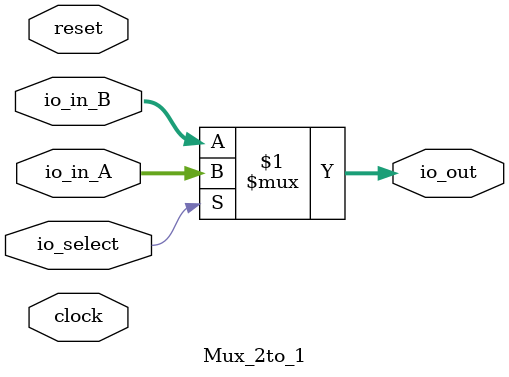
<source format=v>
module Mux_2to_1(
  input         clock,
  input         reset,
  input  [31:0] io_in_A,
  input  [31:0] io_in_B,
  input         io_select,
  output [31:0] io_out
);
  assign io_out = io_select ? io_in_A : io_in_B; // @[Main.scala 39:17]
endmodule

</source>
